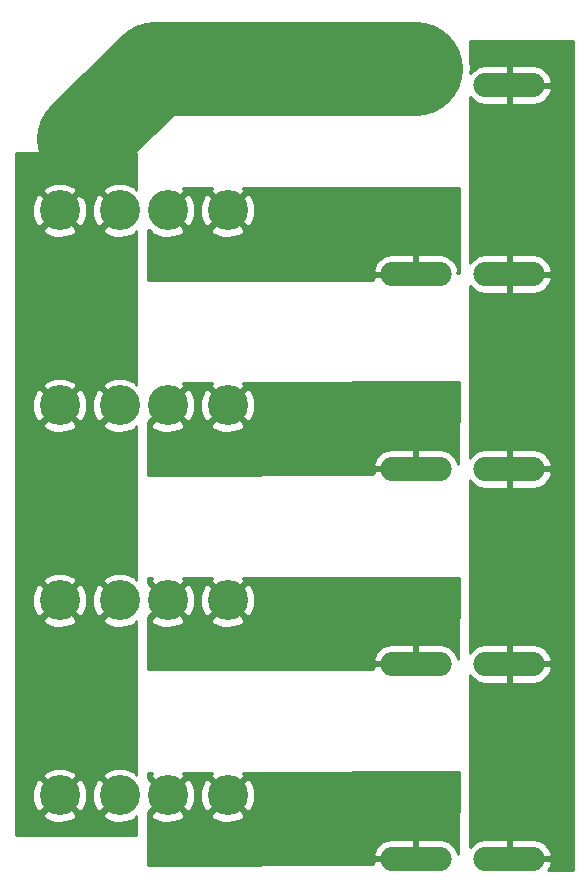
<source format=gbr>
G04 #@! TF.GenerationSoftware,KiCad,Pcbnew,5.1.5-52549c5~84~ubuntu18.04.1*
G04 #@! TF.CreationDate,2020-03-21T09:19:16-06:00*
G04 #@! TF.ProjectId,anderson_fuse_board,616e6465-7273-46f6-9e5f-667573655f62,rev?*
G04 #@! TF.SameCoordinates,Original*
G04 #@! TF.FileFunction,Copper,L1,Top*
G04 #@! TF.FilePolarity,Positive*
%FSLAX46Y46*%
G04 Gerber Fmt 4.6, Leading zero omitted, Abs format (unit mm)*
G04 Created by KiCad (PCBNEW 5.1.5-52549c5~84~ubuntu18.04.1) date 2020-03-21 09:19:16*
%MOMM*%
%LPD*%
G04 APERTURE LIST*
%ADD10O,6.030000X2.070000*%
%ADD11C,3.400000*%
%ADD12C,8.000000*%
%ADD13C,1.000000*%
%ADD14C,0.254000*%
G04 APERTURE END LIST*
D10*
X115950000Y-139900000D03*
X108050000Y-139900000D03*
X115950000Y-123400000D03*
X108050000Y-123400000D03*
X115950000Y-106900000D03*
X108050000Y-106900000D03*
X115950000Y-90400000D03*
X108050000Y-90400000D03*
X115950000Y-74400000D03*
X108050000Y-74400000D03*
D11*
X92110000Y-134530000D03*
X77890000Y-134530000D03*
X87030000Y-134530000D03*
X82970000Y-134530000D03*
X92110000Y-118020000D03*
X77890000Y-118020000D03*
X87030000Y-118020000D03*
X82970000Y-118020000D03*
X92110000Y-101510000D03*
X77890000Y-101510000D03*
X87030000Y-101510000D03*
X82970000Y-101510000D03*
X92110000Y-85000000D03*
X77890000Y-85000000D03*
X87030000Y-85000000D03*
X82970000Y-85000000D03*
D12*
X108050000Y-73000000D02*
X86000000Y-73000000D01*
X86000000Y-73000000D02*
X80000000Y-79000000D01*
D13*
X80000000Y-79000000D02*
X80000000Y-83500000D01*
D14*
G36*
X84373000Y-83270021D02*
G01*
X84244352Y-83029940D01*
X83835526Y-82819180D01*
X83393438Y-82692228D01*
X82935078Y-82653963D01*
X82478060Y-82705854D01*
X82039947Y-82845908D01*
X81695648Y-83029940D01*
X81515582Y-83365977D01*
X82970000Y-84820395D01*
X82984143Y-84806253D01*
X83163748Y-84985858D01*
X83149605Y-85000000D01*
X83163748Y-85014143D01*
X82984143Y-85193748D01*
X82970000Y-85179605D01*
X81515582Y-86634023D01*
X81695648Y-86970060D01*
X82104474Y-87180820D01*
X82546562Y-87307772D01*
X83004922Y-87346037D01*
X83461940Y-87294146D01*
X83900053Y-87154092D01*
X84244352Y-86970060D01*
X84373000Y-86729979D01*
X84373000Y-99780021D01*
X84244352Y-99539940D01*
X83835526Y-99329180D01*
X83393438Y-99202228D01*
X82935078Y-99163963D01*
X82478060Y-99215854D01*
X82039947Y-99355908D01*
X81695648Y-99539940D01*
X81515582Y-99875977D01*
X82970000Y-101330395D01*
X82984143Y-101316253D01*
X83163748Y-101495858D01*
X83149605Y-101510000D01*
X83163748Y-101524143D01*
X82984143Y-101703748D01*
X82970000Y-101689605D01*
X81515582Y-103144023D01*
X81695648Y-103480060D01*
X82104474Y-103690820D01*
X82546562Y-103817772D01*
X83004922Y-103856037D01*
X83461940Y-103804146D01*
X83900053Y-103664092D01*
X84244352Y-103480060D01*
X84373000Y-103239979D01*
X84373000Y-116290021D01*
X84244352Y-116049940D01*
X83835526Y-115839180D01*
X83393438Y-115712228D01*
X82935078Y-115673963D01*
X82478060Y-115725854D01*
X82039947Y-115865908D01*
X81695648Y-116049940D01*
X81515582Y-116385977D01*
X82970000Y-117840395D01*
X82984143Y-117826253D01*
X83163748Y-118005858D01*
X83149605Y-118020000D01*
X83163748Y-118034143D01*
X82984143Y-118213748D01*
X82970000Y-118199605D01*
X81515582Y-119654023D01*
X81695648Y-119990060D01*
X82104474Y-120200820D01*
X82546562Y-120327772D01*
X83004922Y-120366037D01*
X83461940Y-120314146D01*
X83900053Y-120174092D01*
X84244352Y-119990060D01*
X84373000Y-119749979D01*
X84373000Y-132800021D01*
X84244352Y-132559940D01*
X83835526Y-132349180D01*
X83393438Y-132222228D01*
X82935078Y-132183963D01*
X82478060Y-132235854D01*
X82039947Y-132375908D01*
X81695648Y-132559940D01*
X81515582Y-132895977D01*
X82970000Y-134350395D01*
X82984143Y-134336253D01*
X83163748Y-134515858D01*
X83149605Y-134530000D01*
X83163748Y-134544143D01*
X82984143Y-134723748D01*
X82970000Y-134709605D01*
X81515582Y-136164023D01*
X81695648Y-136500060D01*
X82104474Y-136710820D01*
X82546562Y-136837772D01*
X83004922Y-136876037D01*
X83461940Y-136824146D01*
X83900053Y-136684092D01*
X84244352Y-136500060D01*
X84373000Y-136259979D01*
X84373000Y-137873000D01*
X74160000Y-137873000D01*
X74160000Y-136164023D01*
X76435582Y-136164023D01*
X76615648Y-136500060D01*
X77024474Y-136710820D01*
X77466562Y-136837772D01*
X77924922Y-136876037D01*
X78381940Y-136824146D01*
X78820053Y-136684092D01*
X79164352Y-136500060D01*
X79344418Y-136164023D01*
X77890000Y-134709605D01*
X76435582Y-136164023D01*
X74160000Y-136164023D01*
X74160000Y-134564922D01*
X75543963Y-134564922D01*
X75595854Y-135021940D01*
X75735908Y-135460053D01*
X75919940Y-135804352D01*
X76255977Y-135984418D01*
X77710395Y-134530000D01*
X78069605Y-134530000D01*
X79524023Y-135984418D01*
X79860060Y-135804352D01*
X80070820Y-135395526D01*
X80197772Y-134953438D01*
X80230206Y-134564922D01*
X80623963Y-134564922D01*
X80675854Y-135021940D01*
X80815908Y-135460053D01*
X80999940Y-135804352D01*
X81335977Y-135984418D01*
X82790395Y-134530000D01*
X81335977Y-133075582D01*
X80999940Y-133255648D01*
X80789180Y-133664474D01*
X80662228Y-134106562D01*
X80623963Y-134564922D01*
X80230206Y-134564922D01*
X80236037Y-134495078D01*
X80184146Y-134038060D01*
X80044092Y-133599947D01*
X79860060Y-133255648D01*
X79524023Y-133075582D01*
X78069605Y-134530000D01*
X77710395Y-134530000D01*
X76255977Y-133075582D01*
X75919940Y-133255648D01*
X75709180Y-133664474D01*
X75582228Y-134106562D01*
X75543963Y-134564922D01*
X74160000Y-134564922D01*
X74160000Y-132895977D01*
X76435582Y-132895977D01*
X77890000Y-134350395D01*
X79344418Y-132895977D01*
X79164352Y-132559940D01*
X78755526Y-132349180D01*
X78313438Y-132222228D01*
X77855078Y-132183963D01*
X77398060Y-132235854D01*
X76959947Y-132375908D01*
X76615648Y-132559940D01*
X76435582Y-132895977D01*
X74160000Y-132895977D01*
X74160000Y-119654023D01*
X76435582Y-119654023D01*
X76615648Y-119990060D01*
X77024474Y-120200820D01*
X77466562Y-120327772D01*
X77924922Y-120366037D01*
X78381940Y-120314146D01*
X78820053Y-120174092D01*
X79164352Y-119990060D01*
X79344418Y-119654023D01*
X77890000Y-118199605D01*
X76435582Y-119654023D01*
X74160000Y-119654023D01*
X74160000Y-118054922D01*
X75543963Y-118054922D01*
X75595854Y-118511940D01*
X75735908Y-118950053D01*
X75919940Y-119294352D01*
X76255977Y-119474418D01*
X77710395Y-118020000D01*
X78069605Y-118020000D01*
X79524023Y-119474418D01*
X79860060Y-119294352D01*
X80070820Y-118885526D01*
X80197772Y-118443438D01*
X80230206Y-118054922D01*
X80623963Y-118054922D01*
X80675854Y-118511940D01*
X80815908Y-118950053D01*
X80999940Y-119294352D01*
X81335977Y-119474418D01*
X82790395Y-118020000D01*
X81335977Y-116565582D01*
X80999940Y-116745648D01*
X80789180Y-117154474D01*
X80662228Y-117596562D01*
X80623963Y-118054922D01*
X80230206Y-118054922D01*
X80236037Y-117985078D01*
X80184146Y-117528060D01*
X80044092Y-117089947D01*
X79860060Y-116745648D01*
X79524023Y-116565582D01*
X78069605Y-118020000D01*
X77710395Y-118020000D01*
X76255977Y-116565582D01*
X75919940Y-116745648D01*
X75709180Y-117154474D01*
X75582228Y-117596562D01*
X75543963Y-118054922D01*
X74160000Y-118054922D01*
X74160000Y-116385977D01*
X76435582Y-116385977D01*
X77890000Y-117840395D01*
X79344418Y-116385977D01*
X79164352Y-116049940D01*
X78755526Y-115839180D01*
X78313438Y-115712228D01*
X77855078Y-115673963D01*
X77398060Y-115725854D01*
X76959947Y-115865908D01*
X76615648Y-116049940D01*
X76435582Y-116385977D01*
X74160000Y-116385977D01*
X74160000Y-103144023D01*
X76435582Y-103144023D01*
X76615648Y-103480060D01*
X77024474Y-103690820D01*
X77466562Y-103817772D01*
X77924922Y-103856037D01*
X78381940Y-103804146D01*
X78820053Y-103664092D01*
X79164352Y-103480060D01*
X79344418Y-103144023D01*
X77890000Y-101689605D01*
X76435582Y-103144023D01*
X74160000Y-103144023D01*
X74160000Y-101544922D01*
X75543963Y-101544922D01*
X75595854Y-102001940D01*
X75735908Y-102440053D01*
X75919940Y-102784352D01*
X76255977Y-102964418D01*
X77710395Y-101510000D01*
X78069605Y-101510000D01*
X79524023Y-102964418D01*
X79860060Y-102784352D01*
X80070820Y-102375526D01*
X80197772Y-101933438D01*
X80230206Y-101544922D01*
X80623963Y-101544922D01*
X80675854Y-102001940D01*
X80815908Y-102440053D01*
X80999940Y-102784352D01*
X81335977Y-102964418D01*
X82790395Y-101510000D01*
X81335977Y-100055582D01*
X80999940Y-100235648D01*
X80789180Y-100644474D01*
X80662228Y-101086562D01*
X80623963Y-101544922D01*
X80230206Y-101544922D01*
X80236037Y-101475078D01*
X80184146Y-101018060D01*
X80044092Y-100579947D01*
X79860060Y-100235648D01*
X79524023Y-100055582D01*
X78069605Y-101510000D01*
X77710395Y-101510000D01*
X76255977Y-100055582D01*
X75919940Y-100235648D01*
X75709180Y-100644474D01*
X75582228Y-101086562D01*
X75543963Y-101544922D01*
X74160000Y-101544922D01*
X74160000Y-99875977D01*
X76435582Y-99875977D01*
X77890000Y-101330395D01*
X79344418Y-99875977D01*
X79164352Y-99539940D01*
X78755526Y-99329180D01*
X78313438Y-99202228D01*
X77855078Y-99163963D01*
X77398060Y-99215854D01*
X76959947Y-99355908D01*
X76615648Y-99539940D01*
X76435582Y-99875977D01*
X74160000Y-99875977D01*
X74160000Y-86634023D01*
X76435582Y-86634023D01*
X76615648Y-86970060D01*
X77024474Y-87180820D01*
X77466562Y-87307772D01*
X77924922Y-87346037D01*
X78381940Y-87294146D01*
X78820053Y-87154092D01*
X79164352Y-86970060D01*
X79344418Y-86634023D01*
X77890000Y-85179605D01*
X76435582Y-86634023D01*
X74160000Y-86634023D01*
X74160000Y-85034922D01*
X75543963Y-85034922D01*
X75595854Y-85491940D01*
X75735908Y-85930053D01*
X75919940Y-86274352D01*
X76255977Y-86454418D01*
X77710395Y-85000000D01*
X78069605Y-85000000D01*
X79524023Y-86454418D01*
X79860060Y-86274352D01*
X80070820Y-85865526D01*
X80197772Y-85423438D01*
X80230206Y-85034922D01*
X80623963Y-85034922D01*
X80675854Y-85491940D01*
X80815908Y-85930053D01*
X80999940Y-86274352D01*
X81335977Y-86454418D01*
X82790395Y-85000000D01*
X81335977Y-83545582D01*
X80999940Y-83725648D01*
X80789180Y-84134474D01*
X80662228Y-84576562D01*
X80623963Y-85034922D01*
X80230206Y-85034922D01*
X80236037Y-84965078D01*
X80184146Y-84508060D01*
X80044092Y-84069947D01*
X79860060Y-83725648D01*
X79524023Y-83545582D01*
X78069605Y-85000000D01*
X77710395Y-85000000D01*
X76255977Y-83545582D01*
X75919940Y-83725648D01*
X75709180Y-84134474D01*
X75582228Y-84576562D01*
X75543963Y-85034922D01*
X74160000Y-85034922D01*
X74160000Y-83365977D01*
X76435582Y-83365977D01*
X77890000Y-84820395D01*
X79344418Y-83365977D01*
X79164352Y-83029940D01*
X78755526Y-82819180D01*
X78313438Y-82692228D01*
X77855078Y-82653963D01*
X77398060Y-82705854D01*
X76959947Y-82845908D01*
X76615648Y-83029940D01*
X76435582Y-83365977D01*
X74160000Y-83365977D01*
X74160000Y-80127000D01*
X84373000Y-80127000D01*
X84373000Y-83270021D01*
G37*
X84373000Y-83270021D02*
X84244352Y-83029940D01*
X83835526Y-82819180D01*
X83393438Y-82692228D01*
X82935078Y-82653963D01*
X82478060Y-82705854D01*
X82039947Y-82845908D01*
X81695648Y-83029940D01*
X81515582Y-83365977D01*
X82970000Y-84820395D01*
X82984143Y-84806253D01*
X83163748Y-84985858D01*
X83149605Y-85000000D01*
X83163748Y-85014143D01*
X82984143Y-85193748D01*
X82970000Y-85179605D01*
X81515582Y-86634023D01*
X81695648Y-86970060D01*
X82104474Y-87180820D01*
X82546562Y-87307772D01*
X83004922Y-87346037D01*
X83461940Y-87294146D01*
X83900053Y-87154092D01*
X84244352Y-86970060D01*
X84373000Y-86729979D01*
X84373000Y-99780021D01*
X84244352Y-99539940D01*
X83835526Y-99329180D01*
X83393438Y-99202228D01*
X82935078Y-99163963D01*
X82478060Y-99215854D01*
X82039947Y-99355908D01*
X81695648Y-99539940D01*
X81515582Y-99875977D01*
X82970000Y-101330395D01*
X82984143Y-101316253D01*
X83163748Y-101495858D01*
X83149605Y-101510000D01*
X83163748Y-101524143D01*
X82984143Y-101703748D01*
X82970000Y-101689605D01*
X81515582Y-103144023D01*
X81695648Y-103480060D01*
X82104474Y-103690820D01*
X82546562Y-103817772D01*
X83004922Y-103856037D01*
X83461940Y-103804146D01*
X83900053Y-103664092D01*
X84244352Y-103480060D01*
X84373000Y-103239979D01*
X84373000Y-116290021D01*
X84244352Y-116049940D01*
X83835526Y-115839180D01*
X83393438Y-115712228D01*
X82935078Y-115673963D01*
X82478060Y-115725854D01*
X82039947Y-115865908D01*
X81695648Y-116049940D01*
X81515582Y-116385977D01*
X82970000Y-117840395D01*
X82984143Y-117826253D01*
X83163748Y-118005858D01*
X83149605Y-118020000D01*
X83163748Y-118034143D01*
X82984143Y-118213748D01*
X82970000Y-118199605D01*
X81515582Y-119654023D01*
X81695648Y-119990060D01*
X82104474Y-120200820D01*
X82546562Y-120327772D01*
X83004922Y-120366037D01*
X83461940Y-120314146D01*
X83900053Y-120174092D01*
X84244352Y-119990060D01*
X84373000Y-119749979D01*
X84373000Y-132800021D01*
X84244352Y-132559940D01*
X83835526Y-132349180D01*
X83393438Y-132222228D01*
X82935078Y-132183963D01*
X82478060Y-132235854D01*
X82039947Y-132375908D01*
X81695648Y-132559940D01*
X81515582Y-132895977D01*
X82970000Y-134350395D01*
X82984143Y-134336253D01*
X83163748Y-134515858D01*
X83149605Y-134530000D01*
X83163748Y-134544143D01*
X82984143Y-134723748D01*
X82970000Y-134709605D01*
X81515582Y-136164023D01*
X81695648Y-136500060D01*
X82104474Y-136710820D01*
X82546562Y-136837772D01*
X83004922Y-136876037D01*
X83461940Y-136824146D01*
X83900053Y-136684092D01*
X84244352Y-136500060D01*
X84373000Y-136259979D01*
X84373000Y-137873000D01*
X74160000Y-137873000D01*
X74160000Y-136164023D01*
X76435582Y-136164023D01*
X76615648Y-136500060D01*
X77024474Y-136710820D01*
X77466562Y-136837772D01*
X77924922Y-136876037D01*
X78381940Y-136824146D01*
X78820053Y-136684092D01*
X79164352Y-136500060D01*
X79344418Y-136164023D01*
X77890000Y-134709605D01*
X76435582Y-136164023D01*
X74160000Y-136164023D01*
X74160000Y-134564922D01*
X75543963Y-134564922D01*
X75595854Y-135021940D01*
X75735908Y-135460053D01*
X75919940Y-135804352D01*
X76255977Y-135984418D01*
X77710395Y-134530000D01*
X78069605Y-134530000D01*
X79524023Y-135984418D01*
X79860060Y-135804352D01*
X80070820Y-135395526D01*
X80197772Y-134953438D01*
X80230206Y-134564922D01*
X80623963Y-134564922D01*
X80675854Y-135021940D01*
X80815908Y-135460053D01*
X80999940Y-135804352D01*
X81335977Y-135984418D01*
X82790395Y-134530000D01*
X81335977Y-133075582D01*
X80999940Y-133255648D01*
X80789180Y-133664474D01*
X80662228Y-134106562D01*
X80623963Y-134564922D01*
X80230206Y-134564922D01*
X80236037Y-134495078D01*
X80184146Y-134038060D01*
X80044092Y-133599947D01*
X79860060Y-133255648D01*
X79524023Y-133075582D01*
X78069605Y-134530000D01*
X77710395Y-134530000D01*
X76255977Y-133075582D01*
X75919940Y-133255648D01*
X75709180Y-133664474D01*
X75582228Y-134106562D01*
X75543963Y-134564922D01*
X74160000Y-134564922D01*
X74160000Y-132895977D01*
X76435582Y-132895977D01*
X77890000Y-134350395D01*
X79344418Y-132895977D01*
X79164352Y-132559940D01*
X78755526Y-132349180D01*
X78313438Y-132222228D01*
X77855078Y-132183963D01*
X77398060Y-132235854D01*
X76959947Y-132375908D01*
X76615648Y-132559940D01*
X76435582Y-132895977D01*
X74160000Y-132895977D01*
X74160000Y-119654023D01*
X76435582Y-119654023D01*
X76615648Y-119990060D01*
X77024474Y-120200820D01*
X77466562Y-120327772D01*
X77924922Y-120366037D01*
X78381940Y-120314146D01*
X78820053Y-120174092D01*
X79164352Y-119990060D01*
X79344418Y-119654023D01*
X77890000Y-118199605D01*
X76435582Y-119654023D01*
X74160000Y-119654023D01*
X74160000Y-118054922D01*
X75543963Y-118054922D01*
X75595854Y-118511940D01*
X75735908Y-118950053D01*
X75919940Y-119294352D01*
X76255977Y-119474418D01*
X77710395Y-118020000D01*
X78069605Y-118020000D01*
X79524023Y-119474418D01*
X79860060Y-119294352D01*
X80070820Y-118885526D01*
X80197772Y-118443438D01*
X80230206Y-118054922D01*
X80623963Y-118054922D01*
X80675854Y-118511940D01*
X80815908Y-118950053D01*
X80999940Y-119294352D01*
X81335977Y-119474418D01*
X82790395Y-118020000D01*
X81335977Y-116565582D01*
X80999940Y-116745648D01*
X80789180Y-117154474D01*
X80662228Y-117596562D01*
X80623963Y-118054922D01*
X80230206Y-118054922D01*
X80236037Y-117985078D01*
X80184146Y-117528060D01*
X80044092Y-117089947D01*
X79860060Y-116745648D01*
X79524023Y-116565582D01*
X78069605Y-118020000D01*
X77710395Y-118020000D01*
X76255977Y-116565582D01*
X75919940Y-116745648D01*
X75709180Y-117154474D01*
X75582228Y-117596562D01*
X75543963Y-118054922D01*
X74160000Y-118054922D01*
X74160000Y-116385977D01*
X76435582Y-116385977D01*
X77890000Y-117840395D01*
X79344418Y-116385977D01*
X79164352Y-116049940D01*
X78755526Y-115839180D01*
X78313438Y-115712228D01*
X77855078Y-115673963D01*
X77398060Y-115725854D01*
X76959947Y-115865908D01*
X76615648Y-116049940D01*
X76435582Y-116385977D01*
X74160000Y-116385977D01*
X74160000Y-103144023D01*
X76435582Y-103144023D01*
X76615648Y-103480060D01*
X77024474Y-103690820D01*
X77466562Y-103817772D01*
X77924922Y-103856037D01*
X78381940Y-103804146D01*
X78820053Y-103664092D01*
X79164352Y-103480060D01*
X79344418Y-103144023D01*
X77890000Y-101689605D01*
X76435582Y-103144023D01*
X74160000Y-103144023D01*
X74160000Y-101544922D01*
X75543963Y-101544922D01*
X75595854Y-102001940D01*
X75735908Y-102440053D01*
X75919940Y-102784352D01*
X76255977Y-102964418D01*
X77710395Y-101510000D01*
X78069605Y-101510000D01*
X79524023Y-102964418D01*
X79860060Y-102784352D01*
X80070820Y-102375526D01*
X80197772Y-101933438D01*
X80230206Y-101544922D01*
X80623963Y-101544922D01*
X80675854Y-102001940D01*
X80815908Y-102440053D01*
X80999940Y-102784352D01*
X81335977Y-102964418D01*
X82790395Y-101510000D01*
X81335977Y-100055582D01*
X80999940Y-100235648D01*
X80789180Y-100644474D01*
X80662228Y-101086562D01*
X80623963Y-101544922D01*
X80230206Y-101544922D01*
X80236037Y-101475078D01*
X80184146Y-101018060D01*
X80044092Y-100579947D01*
X79860060Y-100235648D01*
X79524023Y-100055582D01*
X78069605Y-101510000D01*
X77710395Y-101510000D01*
X76255977Y-100055582D01*
X75919940Y-100235648D01*
X75709180Y-100644474D01*
X75582228Y-101086562D01*
X75543963Y-101544922D01*
X74160000Y-101544922D01*
X74160000Y-99875977D01*
X76435582Y-99875977D01*
X77890000Y-101330395D01*
X79344418Y-99875977D01*
X79164352Y-99539940D01*
X78755526Y-99329180D01*
X78313438Y-99202228D01*
X77855078Y-99163963D01*
X77398060Y-99215854D01*
X76959947Y-99355908D01*
X76615648Y-99539940D01*
X76435582Y-99875977D01*
X74160000Y-99875977D01*
X74160000Y-86634023D01*
X76435582Y-86634023D01*
X76615648Y-86970060D01*
X77024474Y-87180820D01*
X77466562Y-87307772D01*
X77924922Y-87346037D01*
X78381940Y-87294146D01*
X78820053Y-87154092D01*
X79164352Y-86970060D01*
X79344418Y-86634023D01*
X77890000Y-85179605D01*
X76435582Y-86634023D01*
X74160000Y-86634023D01*
X74160000Y-85034922D01*
X75543963Y-85034922D01*
X75595854Y-85491940D01*
X75735908Y-85930053D01*
X75919940Y-86274352D01*
X76255977Y-86454418D01*
X77710395Y-85000000D01*
X78069605Y-85000000D01*
X79524023Y-86454418D01*
X79860060Y-86274352D01*
X80070820Y-85865526D01*
X80197772Y-85423438D01*
X80230206Y-85034922D01*
X80623963Y-85034922D01*
X80675854Y-85491940D01*
X80815908Y-85930053D01*
X80999940Y-86274352D01*
X81335977Y-86454418D01*
X82790395Y-85000000D01*
X81335977Y-83545582D01*
X80999940Y-83725648D01*
X80789180Y-84134474D01*
X80662228Y-84576562D01*
X80623963Y-85034922D01*
X80230206Y-85034922D01*
X80236037Y-84965078D01*
X80184146Y-84508060D01*
X80044092Y-84069947D01*
X79860060Y-83725648D01*
X79524023Y-83545582D01*
X78069605Y-85000000D01*
X77710395Y-85000000D01*
X76255977Y-83545582D01*
X75919940Y-83725648D01*
X75709180Y-84134474D01*
X75582228Y-84576562D01*
X75543963Y-85034922D01*
X74160000Y-85034922D01*
X74160000Y-83365977D01*
X76435582Y-83365977D01*
X77890000Y-84820395D01*
X79344418Y-83365977D01*
X79164352Y-83029940D01*
X78755526Y-82819180D01*
X78313438Y-82692228D01*
X77855078Y-82653963D01*
X77398060Y-82705854D01*
X76959947Y-82845908D01*
X76615648Y-83029940D01*
X76435582Y-83365977D01*
X74160000Y-83365977D01*
X74160000Y-80127000D01*
X84373000Y-80127000D01*
X84373000Y-83270021D01*
G36*
X90655582Y-83365977D02*
G01*
X92110000Y-84820395D01*
X93564418Y-83365977D01*
X93436362Y-83127000D01*
X111673000Y-83127000D01*
X111673000Y-90272998D01*
X111535905Y-90272998D01*
X111654796Y-90014075D01*
X111621480Y-89878251D01*
X111489112Y-89577794D01*
X111300671Y-89308934D01*
X111063399Y-89082003D01*
X110786414Y-88905722D01*
X110480361Y-88786865D01*
X110157000Y-88730000D01*
X108177000Y-88730000D01*
X108177000Y-90273000D01*
X108197000Y-90273000D01*
X108197000Y-90527000D01*
X108177000Y-90527000D01*
X108177000Y-90547000D01*
X107923000Y-90547000D01*
X107923000Y-90527000D01*
X104564096Y-90527000D01*
X104445204Y-90785925D01*
X104466562Y-90873000D01*
X85377000Y-90873000D01*
X85377000Y-90014075D01*
X104445204Y-90014075D01*
X104564096Y-90273000D01*
X107923000Y-90273000D01*
X107923000Y-88730000D01*
X105943000Y-88730000D01*
X105619639Y-88786865D01*
X105313586Y-88905722D01*
X105036601Y-89082003D01*
X104799329Y-89308934D01*
X104610888Y-89577794D01*
X104478520Y-89878251D01*
X104445204Y-90014075D01*
X85377000Y-90014075D01*
X85377000Y-86664298D01*
X85461155Y-86748453D01*
X85575583Y-86634025D01*
X85755648Y-86970060D01*
X86164474Y-87180820D01*
X86606562Y-87307772D01*
X87064922Y-87346037D01*
X87521940Y-87294146D01*
X87960053Y-87154092D01*
X88304352Y-86970060D01*
X88484418Y-86634023D01*
X90655582Y-86634023D01*
X90835648Y-86970060D01*
X91244474Y-87180820D01*
X91686562Y-87307772D01*
X92144922Y-87346037D01*
X92601940Y-87294146D01*
X93040053Y-87154092D01*
X93384352Y-86970060D01*
X93564418Y-86634023D01*
X92110000Y-85179605D01*
X90655582Y-86634023D01*
X88484418Y-86634023D01*
X87030000Y-85179605D01*
X87015858Y-85193748D01*
X86836253Y-85014143D01*
X86850395Y-85000000D01*
X87209605Y-85000000D01*
X88664023Y-86454418D01*
X89000060Y-86274352D01*
X89210820Y-85865526D01*
X89337772Y-85423438D01*
X89370206Y-85034922D01*
X89763963Y-85034922D01*
X89815854Y-85491940D01*
X89955908Y-85930053D01*
X90139940Y-86274352D01*
X90475977Y-86454418D01*
X91930395Y-85000000D01*
X92289605Y-85000000D01*
X93744023Y-86454418D01*
X94080060Y-86274352D01*
X94290820Y-85865526D01*
X94417772Y-85423438D01*
X94456037Y-84965078D01*
X94404146Y-84508060D01*
X94264092Y-84069947D01*
X94080060Y-83725648D01*
X93744023Y-83545582D01*
X92289605Y-85000000D01*
X91930395Y-85000000D01*
X90475977Y-83545582D01*
X90139940Y-83725648D01*
X89929180Y-84134474D01*
X89802228Y-84576562D01*
X89763963Y-85034922D01*
X89370206Y-85034922D01*
X89376037Y-84965078D01*
X89324146Y-84508060D01*
X89184092Y-84069947D01*
X89000060Y-83725648D01*
X88664023Y-83545582D01*
X87209605Y-85000000D01*
X86850395Y-85000000D01*
X86836253Y-84985858D01*
X87015858Y-84806253D01*
X87030000Y-84820395D01*
X88484418Y-83365977D01*
X88356362Y-83127000D01*
X90783638Y-83127000D01*
X90655582Y-83365977D01*
G37*
X90655582Y-83365977D02*
X92110000Y-84820395D01*
X93564418Y-83365977D01*
X93436362Y-83127000D01*
X111673000Y-83127000D01*
X111673000Y-90272998D01*
X111535905Y-90272998D01*
X111654796Y-90014075D01*
X111621480Y-89878251D01*
X111489112Y-89577794D01*
X111300671Y-89308934D01*
X111063399Y-89082003D01*
X110786414Y-88905722D01*
X110480361Y-88786865D01*
X110157000Y-88730000D01*
X108177000Y-88730000D01*
X108177000Y-90273000D01*
X108197000Y-90273000D01*
X108197000Y-90527000D01*
X108177000Y-90527000D01*
X108177000Y-90547000D01*
X107923000Y-90547000D01*
X107923000Y-90527000D01*
X104564096Y-90527000D01*
X104445204Y-90785925D01*
X104466562Y-90873000D01*
X85377000Y-90873000D01*
X85377000Y-90014075D01*
X104445204Y-90014075D01*
X104564096Y-90273000D01*
X107923000Y-90273000D01*
X107923000Y-88730000D01*
X105943000Y-88730000D01*
X105619639Y-88786865D01*
X105313586Y-88905722D01*
X105036601Y-89082003D01*
X104799329Y-89308934D01*
X104610888Y-89577794D01*
X104478520Y-89878251D01*
X104445204Y-90014075D01*
X85377000Y-90014075D01*
X85377000Y-86664298D01*
X85461155Y-86748453D01*
X85575583Y-86634025D01*
X85755648Y-86970060D01*
X86164474Y-87180820D01*
X86606562Y-87307772D01*
X87064922Y-87346037D01*
X87521940Y-87294146D01*
X87960053Y-87154092D01*
X88304352Y-86970060D01*
X88484418Y-86634023D01*
X90655582Y-86634023D01*
X90835648Y-86970060D01*
X91244474Y-87180820D01*
X91686562Y-87307772D01*
X92144922Y-87346037D01*
X92601940Y-87294146D01*
X93040053Y-87154092D01*
X93384352Y-86970060D01*
X93564418Y-86634023D01*
X92110000Y-85179605D01*
X90655582Y-86634023D01*
X88484418Y-86634023D01*
X87030000Y-85179605D01*
X87015858Y-85193748D01*
X86836253Y-85014143D01*
X86850395Y-85000000D01*
X87209605Y-85000000D01*
X88664023Y-86454418D01*
X89000060Y-86274352D01*
X89210820Y-85865526D01*
X89337772Y-85423438D01*
X89370206Y-85034922D01*
X89763963Y-85034922D01*
X89815854Y-85491940D01*
X89955908Y-85930053D01*
X90139940Y-86274352D01*
X90475977Y-86454418D01*
X91930395Y-85000000D01*
X92289605Y-85000000D01*
X93744023Y-86454418D01*
X94080060Y-86274352D01*
X94290820Y-85865526D01*
X94417772Y-85423438D01*
X94456037Y-84965078D01*
X94404146Y-84508060D01*
X94264092Y-84069947D01*
X94080060Y-83725648D01*
X93744023Y-83545582D01*
X92289605Y-85000000D01*
X91930395Y-85000000D01*
X90475977Y-83545582D01*
X90139940Y-83725648D01*
X89929180Y-84134474D01*
X89802228Y-84576562D01*
X89763963Y-85034922D01*
X89370206Y-85034922D01*
X89376037Y-84965078D01*
X89324146Y-84508060D01*
X89184092Y-84069947D01*
X89000060Y-83725648D01*
X88664023Y-83545582D01*
X87209605Y-85000000D01*
X86850395Y-85000000D01*
X86836253Y-84985858D01*
X87015858Y-84806253D01*
X87030000Y-84820395D01*
X88484418Y-83365977D01*
X88356362Y-83127000D01*
X90783638Y-83127000D01*
X90655582Y-83365977D01*
G36*
X121340000Y-140873000D02*
G01*
X119283422Y-140873000D01*
X119389112Y-140722206D01*
X119521480Y-140421749D01*
X119554796Y-140285925D01*
X119435904Y-140027000D01*
X116077000Y-140027000D01*
X116077000Y-140047000D01*
X115823000Y-140047000D01*
X115823000Y-140027000D01*
X115803000Y-140027000D01*
X115803000Y-139773000D01*
X115823000Y-139773000D01*
X115823000Y-138230000D01*
X116077000Y-138230000D01*
X116077000Y-139773000D01*
X119435904Y-139773000D01*
X119554796Y-139514075D01*
X119521480Y-139378251D01*
X119389112Y-139077794D01*
X119200671Y-138808934D01*
X118963399Y-138582003D01*
X118686414Y-138405722D01*
X118380361Y-138286865D01*
X118057000Y-138230000D01*
X116077000Y-138230000D01*
X115823000Y-138230000D01*
X113843000Y-138230000D01*
X113519639Y-138286865D01*
X113213586Y-138405722D01*
X112936601Y-138582003D01*
X112699329Y-138808934D01*
X112602728Y-138946760D01*
X112607900Y-124360619D01*
X112699329Y-124491066D01*
X112936601Y-124717997D01*
X113213586Y-124894278D01*
X113519639Y-125013135D01*
X113843000Y-125070000D01*
X115823000Y-125070000D01*
X115823000Y-123527000D01*
X116077000Y-123527000D01*
X116077000Y-125070000D01*
X118057000Y-125070000D01*
X118380361Y-125013135D01*
X118686414Y-124894278D01*
X118963399Y-124717997D01*
X119200671Y-124491066D01*
X119389112Y-124222206D01*
X119521480Y-123921749D01*
X119554796Y-123785925D01*
X119435904Y-123527000D01*
X116077000Y-123527000D01*
X115823000Y-123527000D01*
X115803000Y-123527000D01*
X115803000Y-123273000D01*
X115823000Y-123273000D01*
X115823000Y-121730000D01*
X116077000Y-121730000D01*
X116077000Y-123273000D01*
X119435904Y-123273000D01*
X119554796Y-123014075D01*
X119521480Y-122878251D01*
X119389112Y-122577794D01*
X119200671Y-122308934D01*
X118963399Y-122082003D01*
X118686414Y-121905722D01*
X118380361Y-121786865D01*
X118057000Y-121730000D01*
X116077000Y-121730000D01*
X115823000Y-121730000D01*
X113843000Y-121730000D01*
X113519639Y-121786865D01*
X113213586Y-121905722D01*
X112936601Y-122082003D01*
X112699329Y-122308934D01*
X112608582Y-122438408D01*
X112613749Y-107868963D01*
X112699329Y-107991066D01*
X112936601Y-108217997D01*
X113213586Y-108394278D01*
X113519639Y-108513135D01*
X113843000Y-108570000D01*
X115823000Y-108570000D01*
X115823000Y-107027000D01*
X116077000Y-107027000D01*
X116077000Y-108570000D01*
X118057000Y-108570000D01*
X118380361Y-108513135D01*
X118686414Y-108394278D01*
X118963399Y-108217997D01*
X119200671Y-107991066D01*
X119389112Y-107722206D01*
X119521480Y-107421749D01*
X119554796Y-107285925D01*
X119435904Y-107027000D01*
X116077000Y-107027000D01*
X115823000Y-107027000D01*
X115803000Y-107027000D01*
X115803000Y-106773000D01*
X115823000Y-106773000D01*
X115823000Y-105230000D01*
X116077000Y-105230000D01*
X116077000Y-106773000D01*
X119435904Y-106773000D01*
X119554796Y-106514075D01*
X119521480Y-106378251D01*
X119389112Y-106077794D01*
X119200671Y-105808934D01*
X118963399Y-105582003D01*
X118686414Y-105405722D01*
X118380361Y-105286865D01*
X118057000Y-105230000D01*
X116077000Y-105230000D01*
X115823000Y-105230000D01*
X113843000Y-105230000D01*
X113519639Y-105286865D01*
X113213586Y-105405722D01*
X112936601Y-105582003D01*
X112699329Y-105808934D01*
X112614436Y-105930056D01*
X112619597Y-91377307D01*
X112699329Y-91491066D01*
X112936601Y-91717997D01*
X113213586Y-91894278D01*
X113519639Y-92013135D01*
X113843000Y-92070000D01*
X115823000Y-92070000D01*
X115823000Y-90527000D01*
X116077000Y-90527000D01*
X116077000Y-92070000D01*
X118057000Y-92070000D01*
X118380361Y-92013135D01*
X118686414Y-91894278D01*
X118963399Y-91717997D01*
X119200671Y-91491066D01*
X119389112Y-91222206D01*
X119521480Y-90921749D01*
X119554796Y-90785925D01*
X119435904Y-90527000D01*
X116077000Y-90527000D01*
X115823000Y-90527000D01*
X115803000Y-90527000D01*
X115803000Y-90273000D01*
X115823000Y-90273000D01*
X115823000Y-88730000D01*
X116077000Y-88730000D01*
X116077000Y-90273000D01*
X119435904Y-90273000D01*
X119554796Y-90014075D01*
X119521480Y-89878251D01*
X119389112Y-89577794D01*
X119200671Y-89308934D01*
X118963399Y-89082003D01*
X118686414Y-88905722D01*
X118380361Y-88786865D01*
X118057000Y-88730000D01*
X116077000Y-88730000D01*
X115823000Y-88730000D01*
X113843000Y-88730000D01*
X113519639Y-88786865D01*
X113213586Y-88905722D01*
X112936601Y-89082003D01*
X112699329Y-89308934D01*
X112620290Y-89421703D01*
X112625268Y-75385398D01*
X112699329Y-75491066D01*
X112936601Y-75717997D01*
X113213586Y-75894278D01*
X113519639Y-76013135D01*
X113843000Y-76070000D01*
X115823000Y-76070000D01*
X115823000Y-74527000D01*
X116077000Y-74527000D01*
X116077000Y-76070000D01*
X118057000Y-76070000D01*
X118380361Y-76013135D01*
X118686414Y-75894278D01*
X118963399Y-75717997D01*
X119200671Y-75491066D01*
X119389112Y-75222206D01*
X119521480Y-74921749D01*
X119554796Y-74785925D01*
X119435904Y-74527000D01*
X116077000Y-74527000D01*
X115823000Y-74527000D01*
X115803000Y-74527000D01*
X115803000Y-74273000D01*
X115823000Y-74273000D01*
X115823000Y-72730000D01*
X116077000Y-72730000D01*
X116077000Y-74273000D01*
X119435904Y-74273000D01*
X119554796Y-74014075D01*
X119521480Y-73878251D01*
X119389112Y-73577794D01*
X119200671Y-73308934D01*
X118963399Y-73082003D01*
X118686414Y-72905722D01*
X118380361Y-72786865D01*
X118057000Y-72730000D01*
X116077000Y-72730000D01*
X115823000Y-72730000D01*
X113843000Y-72730000D01*
X113519639Y-72786865D01*
X113213586Y-72905722D01*
X112936601Y-73082003D01*
X112699329Y-73308934D01*
X112673348Y-73346003D01*
X112707426Y-73000000D01*
X112626405Y-72177381D01*
X112626955Y-70627000D01*
X121340001Y-70627000D01*
X121340000Y-140873000D01*
G37*
X121340000Y-140873000D02*
X119283422Y-140873000D01*
X119389112Y-140722206D01*
X119521480Y-140421749D01*
X119554796Y-140285925D01*
X119435904Y-140027000D01*
X116077000Y-140027000D01*
X116077000Y-140047000D01*
X115823000Y-140047000D01*
X115823000Y-140027000D01*
X115803000Y-140027000D01*
X115803000Y-139773000D01*
X115823000Y-139773000D01*
X115823000Y-138230000D01*
X116077000Y-138230000D01*
X116077000Y-139773000D01*
X119435904Y-139773000D01*
X119554796Y-139514075D01*
X119521480Y-139378251D01*
X119389112Y-139077794D01*
X119200671Y-138808934D01*
X118963399Y-138582003D01*
X118686414Y-138405722D01*
X118380361Y-138286865D01*
X118057000Y-138230000D01*
X116077000Y-138230000D01*
X115823000Y-138230000D01*
X113843000Y-138230000D01*
X113519639Y-138286865D01*
X113213586Y-138405722D01*
X112936601Y-138582003D01*
X112699329Y-138808934D01*
X112602728Y-138946760D01*
X112607900Y-124360619D01*
X112699329Y-124491066D01*
X112936601Y-124717997D01*
X113213586Y-124894278D01*
X113519639Y-125013135D01*
X113843000Y-125070000D01*
X115823000Y-125070000D01*
X115823000Y-123527000D01*
X116077000Y-123527000D01*
X116077000Y-125070000D01*
X118057000Y-125070000D01*
X118380361Y-125013135D01*
X118686414Y-124894278D01*
X118963399Y-124717997D01*
X119200671Y-124491066D01*
X119389112Y-124222206D01*
X119521480Y-123921749D01*
X119554796Y-123785925D01*
X119435904Y-123527000D01*
X116077000Y-123527000D01*
X115823000Y-123527000D01*
X115803000Y-123527000D01*
X115803000Y-123273000D01*
X115823000Y-123273000D01*
X115823000Y-121730000D01*
X116077000Y-121730000D01*
X116077000Y-123273000D01*
X119435904Y-123273000D01*
X119554796Y-123014075D01*
X119521480Y-122878251D01*
X119389112Y-122577794D01*
X119200671Y-122308934D01*
X118963399Y-122082003D01*
X118686414Y-121905722D01*
X118380361Y-121786865D01*
X118057000Y-121730000D01*
X116077000Y-121730000D01*
X115823000Y-121730000D01*
X113843000Y-121730000D01*
X113519639Y-121786865D01*
X113213586Y-121905722D01*
X112936601Y-122082003D01*
X112699329Y-122308934D01*
X112608582Y-122438408D01*
X112613749Y-107868963D01*
X112699329Y-107991066D01*
X112936601Y-108217997D01*
X113213586Y-108394278D01*
X113519639Y-108513135D01*
X113843000Y-108570000D01*
X115823000Y-108570000D01*
X115823000Y-107027000D01*
X116077000Y-107027000D01*
X116077000Y-108570000D01*
X118057000Y-108570000D01*
X118380361Y-108513135D01*
X118686414Y-108394278D01*
X118963399Y-108217997D01*
X119200671Y-107991066D01*
X119389112Y-107722206D01*
X119521480Y-107421749D01*
X119554796Y-107285925D01*
X119435904Y-107027000D01*
X116077000Y-107027000D01*
X115823000Y-107027000D01*
X115803000Y-107027000D01*
X115803000Y-106773000D01*
X115823000Y-106773000D01*
X115823000Y-105230000D01*
X116077000Y-105230000D01*
X116077000Y-106773000D01*
X119435904Y-106773000D01*
X119554796Y-106514075D01*
X119521480Y-106378251D01*
X119389112Y-106077794D01*
X119200671Y-105808934D01*
X118963399Y-105582003D01*
X118686414Y-105405722D01*
X118380361Y-105286865D01*
X118057000Y-105230000D01*
X116077000Y-105230000D01*
X115823000Y-105230000D01*
X113843000Y-105230000D01*
X113519639Y-105286865D01*
X113213586Y-105405722D01*
X112936601Y-105582003D01*
X112699329Y-105808934D01*
X112614436Y-105930056D01*
X112619597Y-91377307D01*
X112699329Y-91491066D01*
X112936601Y-91717997D01*
X113213586Y-91894278D01*
X113519639Y-92013135D01*
X113843000Y-92070000D01*
X115823000Y-92070000D01*
X115823000Y-90527000D01*
X116077000Y-90527000D01*
X116077000Y-92070000D01*
X118057000Y-92070000D01*
X118380361Y-92013135D01*
X118686414Y-91894278D01*
X118963399Y-91717997D01*
X119200671Y-91491066D01*
X119389112Y-91222206D01*
X119521480Y-90921749D01*
X119554796Y-90785925D01*
X119435904Y-90527000D01*
X116077000Y-90527000D01*
X115823000Y-90527000D01*
X115803000Y-90527000D01*
X115803000Y-90273000D01*
X115823000Y-90273000D01*
X115823000Y-88730000D01*
X116077000Y-88730000D01*
X116077000Y-90273000D01*
X119435904Y-90273000D01*
X119554796Y-90014075D01*
X119521480Y-89878251D01*
X119389112Y-89577794D01*
X119200671Y-89308934D01*
X118963399Y-89082003D01*
X118686414Y-88905722D01*
X118380361Y-88786865D01*
X118057000Y-88730000D01*
X116077000Y-88730000D01*
X115823000Y-88730000D01*
X113843000Y-88730000D01*
X113519639Y-88786865D01*
X113213586Y-88905722D01*
X112936601Y-89082003D01*
X112699329Y-89308934D01*
X112620290Y-89421703D01*
X112625268Y-75385398D01*
X112699329Y-75491066D01*
X112936601Y-75717997D01*
X113213586Y-75894278D01*
X113519639Y-76013135D01*
X113843000Y-76070000D01*
X115823000Y-76070000D01*
X115823000Y-74527000D01*
X116077000Y-74527000D01*
X116077000Y-76070000D01*
X118057000Y-76070000D01*
X118380361Y-76013135D01*
X118686414Y-75894278D01*
X118963399Y-75717997D01*
X119200671Y-75491066D01*
X119389112Y-75222206D01*
X119521480Y-74921749D01*
X119554796Y-74785925D01*
X119435904Y-74527000D01*
X116077000Y-74527000D01*
X115823000Y-74527000D01*
X115803000Y-74527000D01*
X115803000Y-74273000D01*
X115823000Y-74273000D01*
X115823000Y-72730000D01*
X116077000Y-72730000D01*
X116077000Y-74273000D01*
X119435904Y-74273000D01*
X119554796Y-74014075D01*
X119521480Y-73878251D01*
X119389112Y-73577794D01*
X119200671Y-73308934D01*
X118963399Y-73082003D01*
X118686414Y-72905722D01*
X118380361Y-72786865D01*
X118057000Y-72730000D01*
X116077000Y-72730000D01*
X115823000Y-72730000D01*
X113843000Y-72730000D01*
X113519639Y-72786865D01*
X113213586Y-72905722D01*
X112936601Y-73082003D01*
X112699329Y-73308934D01*
X112673348Y-73346003D01*
X112707426Y-73000000D01*
X112626405Y-72177381D01*
X112626955Y-70627000D01*
X121340001Y-70627000D01*
X121340000Y-140873000D01*
G36*
X111651041Y-106498767D02*
G01*
X111621480Y-106378251D01*
X111489112Y-106077794D01*
X111300671Y-105808934D01*
X111063399Y-105582003D01*
X110786414Y-105405722D01*
X110480361Y-105286865D01*
X110157000Y-105230000D01*
X108177000Y-105230000D01*
X108177000Y-106773000D01*
X108197000Y-106773000D01*
X108197000Y-107027000D01*
X108177000Y-107027000D01*
X108177000Y-107047000D01*
X107923000Y-107047000D01*
X107923000Y-107027000D01*
X104564096Y-107027000D01*
X104445204Y-107285925D01*
X104463807Y-107361768D01*
X85352397Y-107397760D01*
X85355149Y-106514075D01*
X104445204Y-106514075D01*
X104564096Y-106773000D01*
X107923000Y-106773000D01*
X107923000Y-105230000D01*
X105943000Y-105230000D01*
X105619639Y-105286865D01*
X105313586Y-105405722D01*
X105036601Y-105582003D01*
X104799329Y-105808934D01*
X104610888Y-106077794D01*
X104478520Y-106378251D01*
X104445204Y-106514075D01*
X85355149Y-106514075D01*
X85365647Y-103144023D01*
X85575582Y-103144023D01*
X85755648Y-103480060D01*
X86164474Y-103690820D01*
X86606562Y-103817772D01*
X87064922Y-103856037D01*
X87521940Y-103804146D01*
X87960053Y-103664092D01*
X88304352Y-103480060D01*
X88484418Y-103144023D01*
X90655582Y-103144023D01*
X90835648Y-103480060D01*
X91244474Y-103690820D01*
X91686562Y-103817772D01*
X92144922Y-103856037D01*
X92601940Y-103804146D01*
X93040053Y-103664092D01*
X93384352Y-103480060D01*
X93564418Y-103144023D01*
X92110000Y-101689605D01*
X90655582Y-103144023D01*
X88484418Y-103144023D01*
X87030000Y-101689605D01*
X85575582Y-103144023D01*
X85365647Y-103144023D01*
X85366257Y-102948493D01*
X85395977Y-102964418D01*
X86850395Y-101510000D01*
X87209605Y-101510000D01*
X88664023Y-102964418D01*
X89000060Y-102784352D01*
X89210820Y-102375526D01*
X89337772Y-101933438D01*
X89370206Y-101544922D01*
X89763963Y-101544922D01*
X89815854Y-102001940D01*
X89955908Y-102440053D01*
X90139940Y-102784352D01*
X90475977Y-102964418D01*
X91930395Y-101510000D01*
X92289605Y-101510000D01*
X93744023Y-102964418D01*
X94080060Y-102784352D01*
X94290820Y-102375526D01*
X94417772Y-101933438D01*
X94456037Y-101475078D01*
X94404146Y-101018060D01*
X94264092Y-100579947D01*
X94080060Y-100235648D01*
X93744023Y-100055582D01*
X92289605Y-101510000D01*
X91930395Y-101510000D01*
X90475977Y-100055582D01*
X90139940Y-100235648D01*
X89929180Y-100644474D01*
X89802228Y-101086562D01*
X89763963Y-101544922D01*
X89370206Y-101544922D01*
X89376037Y-101475078D01*
X89324146Y-101018060D01*
X89184092Y-100579947D01*
X89000060Y-100235648D01*
X88664023Y-100055582D01*
X87209605Y-101510000D01*
X86850395Y-101510000D01*
X86836253Y-101495858D01*
X87015858Y-101316253D01*
X87030000Y-101330395D01*
X88484418Y-99875977D01*
X88347877Y-99621166D01*
X90794592Y-99616559D01*
X90655582Y-99875977D01*
X92110000Y-101330395D01*
X93564418Y-99875977D01*
X93422756Y-99611609D01*
X111672603Y-99577240D01*
X111651041Y-106498767D01*
G37*
X111651041Y-106498767D02*
X111621480Y-106378251D01*
X111489112Y-106077794D01*
X111300671Y-105808934D01*
X111063399Y-105582003D01*
X110786414Y-105405722D01*
X110480361Y-105286865D01*
X110157000Y-105230000D01*
X108177000Y-105230000D01*
X108177000Y-106773000D01*
X108197000Y-106773000D01*
X108197000Y-107027000D01*
X108177000Y-107027000D01*
X108177000Y-107047000D01*
X107923000Y-107047000D01*
X107923000Y-107027000D01*
X104564096Y-107027000D01*
X104445204Y-107285925D01*
X104463807Y-107361768D01*
X85352397Y-107397760D01*
X85355149Y-106514075D01*
X104445204Y-106514075D01*
X104564096Y-106773000D01*
X107923000Y-106773000D01*
X107923000Y-105230000D01*
X105943000Y-105230000D01*
X105619639Y-105286865D01*
X105313586Y-105405722D01*
X105036601Y-105582003D01*
X104799329Y-105808934D01*
X104610888Y-106077794D01*
X104478520Y-106378251D01*
X104445204Y-106514075D01*
X85355149Y-106514075D01*
X85365647Y-103144023D01*
X85575582Y-103144023D01*
X85755648Y-103480060D01*
X86164474Y-103690820D01*
X86606562Y-103817772D01*
X87064922Y-103856037D01*
X87521940Y-103804146D01*
X87960053Y-103664092D01*
X88304352Y-103480060D01*
X88484418Y-103144023D01*
X90655582Y-103144023D01*
X90835648Y-103480060D01*
X91244474Y-103690820D01*
X91686562Y-103817772D01*
X92144922Y-103856037D01*
X92601940Y-103804146D01*
X93040053Y-103664092D01*
X93384352Y-103480060D01*
X93564418Y-103144023D01*
X92110000Y-101689605D01*
X90655582Y-103144023D01*
X88484418Y-103144023D01*
X87030000Y-101689605D01*
X85575582Y-103144023D01*
X85365647Y-103144023D01*
X85366257Y-102948493D01*
X85395977Y-102964418D01*
X86850395Y-101510000D01*
X87209605Y-101510000D01*
X88664023Y-102964418D01*
X89000060Y-102784352D01*
X89210820Y-102375526D01*
X89337772Y-101933438D01*
X89370206Y-101544922D01*
X89763963Y-101544922D01*
X89815854Y-102001940D01*
X89955908Y-102440053D01*
X90139940Y-102784352D01*
X90475977Y-102964418D01*
X91930395Y-101510000D01*
X92289605Y-101510000D01*
X93744023Y-102964418D01*
X94080060Y-102784352D01*
X94290820Y-102375526D01*
X94417772Y-101933438D01*
X94456037Y-101475078D01*
X94404146Y-101018060D01*
X94264092Y-100579947D01*
X94080060Y-100235648D01*
X93744023Y-100055582D01*
X92289605Y-101510000D01*
X91930395Y-101510000D01*
X90475977Y-100055582D01*
X90139940Y-100235648D01*
X89929180Y-100644474D01*
X89802228Y-101086562D01*
X89763963Y-101544922D01*
X89370206Y-101544922D01*
X89376037Y-101475078D01*
X89324146Y-101018060D01*
X89184092Y-100579947D01*
X89000060Y-100235648D01*
X88664023Y-100055582D01*
X87209605Y-101510000D01*
X86850395Y-101510000D01*
X86836253Y-101495858D01*
X87015858Y-101316253D01*
X87030000Y-101330395D01*
X88484418Y-99875977D01*
X88347877Y-99621166D01*
X90794592Y-99616559D01*
X90655582Y-99875977D01*
X92110000Y-101330395D01*
X93564418Y-99875977D01*
X93422756Y-99611609D01*
X111672603Y-99577240D01*
X111651041Y-106498767D01*
G36*
X85575582Y-116385977D02*
G01*
X87030000Y-117840395D01*
X88484418Y-116385977D01*
X88345645Y-116127000D01*
X90794355Y-116127000D01*
X90655582Y-116385977D01*
X92110000Y-117840395D01*
X93564418Y-116385977D01*
X93425645Y-116127000D01*
X111672665Y-116127000D01*
X111654562Y-123013119D01*
X111621480Y-122878251D01*
X111489112Y-122577794D01*
X111300671Y-122308934D01*
X111063399Y-122082003D01*
X110786414Y-121905722D01*
X110480361Y-121786865D01*
X110157000Y-121730000D01*
X108177000Y-121730000D01*
X108177000Y-123273000D01*
X108197000Y-123273000D01*
X108197000Y-123527000D01*
X108177000Y-123527000D01*
X108177000Y-123547000D01*
X107923000Y-123547000D01*
X107923000Y-123527000D01*
X104564096Y-123527000D01*
X104445204Y-123785925D01*
X104466562Y-123873000D01*
X85348367Y-123873000D01*
X85350624Y-123014075D01*
X104445204Y-123014075D01*
X104564096Y-123273000D01*
X107923000Y-123273000D01*
X107923000Y-121730000D01*
X105943000Y-121730000D01*
X105619639Y-121786865D01*
X105313586Y-121905722D01*
X105036601Y-122082003D01*
X104799329Y-122308934D01*
X104610888Y-122577794D01*
X104478520Y-122878251D01*
X104445204Y-123014075D01*
X85350624Y-123014075D01*
X85359458Y-119654023D01*
X85575582Y-119654023D01*
X85755648Y-119990060D01*
X86164474Y-120200820D01*
X86606562Y-120327772D01*
X87064922Y-120366037D01*
X87521940Y-120314146D01*
X87960053Y-120174092D01*
X88304352Y-119990060D01*
X88484418Y-119654023D01*
X90655582Y-119654023D01*
X90835648Y-119990060D01*
X91244474Y-120200820D01*
X91686562Y-120327772D01*
X92144922Y-120366037D01*
X92601940Y-120314146D01*
X93040053Y-120174092D01*
X93384352Y-119990060D01*
X93564418Y-119654023D01*
X92110000Y-118199605D01*
X90655582Y-119654023D01*
X88484418Y-119654023D01*
X87030000Y-118199605D01*
X85575582Y-119654023D01*
X85359458Y-119654023D01*
X85359981Y-119455130D01*
X85395977Y-119474418D01*
X86850395Y-118020000D01*
X87209605Y-118020000D01*
X88664023Y-119474418D01*
X89000060Y-119294352D01*
X89210820Y-118885526D01*
X89337772Y-118443438D01*
X89370206Y-118054922D01*
X89763963Y-118054922D01*
X89815854Y-118511940D01*
X89955908Y-118950053D01*
X90139940Y-119294352D01*
X90475977Y-119474418D01*
X91930395Y-118020000D01*
X92289605Y-118020000D01*
X93744023Y-119474418D01*
X94080060Y-119294352D01*
X94290820Y-118885526D01*
X94417772Y-118443438D01*
X94456037Y-117985078D01*
X94404146Y-117528060D01*
X94264092Y-117089947D01*
X94080060Y-116745648D01*
X93744023Y-116565582D01*
X92289605Y-118020000D01*
X91930395Y-118020000D01*
X90475977Y-116565582D01*
X90139940Y-116745648D01*
X89929180Y-117154474D01*
X89802228Y-117596562D01*
X89763963Y-118054922D01*
X89370206Y-118054922D01*
X89376037Y-117985078D01*
X89324146Y-117528060D01*
X89184092Y-117089947D01*
X89000060Y-116745648D01*
X88664023Y-116565582D01*
X87209605Y-118020000D01*
X86850395Y-118020000D01*
X85395977Y-116565582D01*
X85367538Y-116580821D01*
X85368731Y-116127000D01*
X85714355Y-116127000D01*
X85575582Y-116385977D01*
G37*
X85575582Y-116385977D02*
X87030000Y-117840395D01*
X88484418Y-116385977D01*
X88345645Y-116127000D01*
X90794355Y-116127000D01*
X90655582Y-116385977D01*
X92110000Y-117840395D01*
X93564418Y-116385977D01*
X93425645Y-116127000D01*
X111672665Y-116127000D01*
X111654562Y-123013119D01*
X111621480Y-122878251D01*
X111489112Y-122577794D01*
X111300671Y-122308934D01*
X111063399Y-122082003D01*
X110786414Y-121905722D01*
X110480361Y-121786865D01*
X110157000Y-121730000D01*
X108177000Y-121730000D01*
X108177000Y-123273000D01*
X108197000Y-123273000D01*
X108197000Y-123527000D01*
X108177000Y-123527000D01*
X108177000Y-123547000D01*
X107923000Y-123547000D01*
X107923000Y-123527000D01*
X104564096Y-123527000D01*
X104445204Y-123785925D01*
X104466562Y-123873000D01*
X85348367Y-123873000D01*
X85350624Y-123014075D01*
X104445204Y-123014075D01*
X104564096Y-123273000D01*
X107923000Y-123273000D01*
X107923000Y-121730000D01*
X105943000Y-121730000D01*
X105619639Y-121786865D01*
X105313586Y-121905722D01*
X105036601Y-122082003D01*
X104799329Y-122308934D01*
X104610888Y-122577794D01*
X104478520Y-122878251D01*
X104445204Y-123014075D01*
X85350624Y-123014075D01*
X85359458Y-119654023D01*
X85575582Y-119654023D01*
X85755648Y-119990060D01*
X86164474Y-120200820D01*
X86606562Y-120327772D01*
X87064922Y-120366037D01*
X87521940Y-120314146D01*
X87960053Y-120174092D01*
X88304352Y-119990060D01*
X88484418Y-119654023D01*
X90655582Y-119654023D01*
X90835648Y-119990060D01*
X91244474Y-120200820D01*
X91686562Y-120327772D01*
X92144922Y-120366037D01*
X92601940Y-120314146D01*
X93040053Y-120174092D01*
X93384352Y-119990060D01*
X93564418Y-119654023D01*
X92110000Y-118199605D01*
X90655582Y-119654023D01*
X88484418Y-119654023D01*
X87030000Y-118199605D01*
X85575582Y-119654023D01*
X85359458Y-119654023D01*
X85359981Y-119455130D01*
X85395977Y-119474418D01*
X86850395Y-118020000D01*
X87209605Y-118020000D01*
X88664023Y-119474418D01*
X89000060Y-119294352D01*
X89210820Y-118885526D01*
X89337772Y-118443438D01*
X89370206Y-118054922D01*
X89763963Y-118054922D01*
X89815854Y-118511940D01*
X89955908Y-118950053D01*
X90139940Y-119294352D01*
X90475977Y-119474418D01*
X91930395Y-118020000D01*
X92289605Y-118020000D01*
X93744023Y-119474418D01*
X94080060Y-119294352D01*
X94290820Y-118885526D01*
X94417772Y-118443438D01*
X94456037Y-117985078D01*
X94404146Y-117528060D01*
X94264092Y-117089947D01*
X94080060Y-116745648D01*
X93744023Y-116565582D01*
X92289605Y-118020000D01*
X91930395Y-118020000D01*
X90475977Y-116565582D01*
X90139940Y-116745648D01*
X89929180Y-117154474D01*
X89802228Y-117596562D01*
X89763963Y-118054922D01*
X89370206Y-118054922D01*
X89376037Y-117985078D01*
X89324146Y-117528060D01*
X89184092Y-117089947D01*
X89000060Y-116745648D01*
X88664023Y-116565582D01*
X87209605Y-118020000D01*
X86850395Y-118020000D01*
X85395977Y-116565582D01*
X85367538Y-116580821D01*
X85368731Y-116127000D01*
X85714355Y-116127000D01*
X85575582Y-116385977D01*
G36*
X111654489Y-139512822D02*
G01*
X111621480Y-139378251D01*
X111489112Y-139077794D01*
X111300671Y-138808934D01*
X111063399Y-138582003D01*
X110786414Y-138405722D01*
X110480361Y-138286865D01*
X110157000Y-138230000D01*
X108177000Y-138230000D01*
X108177000Y-139773000D01*
X108197000Y-139773000D01*
X108197000Y-140027000D01*
X108177000Y-140027000D01*
X108177000Y-140047000D01*
X107923000Y-140047000D01*
X107923000Y-140027000D01*
X104564096Y-140027000D01*
X104445204Y-140285925D01*
X104463808Y-140361772D01*
X85348366Y-140397760D01*
X85350681Y-139514075D01*
X104445204Y-139514075D01*
X104564096Y-139773000D01*
X107923000Y-139773000D01*
X107923000Y-138230000D01*
X105943000Y-138230000D01*
X105619639Y-138286865D01*
X105313586Y-138405722D01*
X105036601Y-138582003D01*
X104799329Y-138808934D01*
X104610888Y-139077794D01*
X104478520Y-139378251D01*
X104445204Y-139514075D01*
X85350681Y-139514075D01*
X85359461Y-136164023D01*
X85575582Y-136164023D01*
X85755648Y-136500060D01*
X86164474Y-136710820D01*
X86606562Y-136837772D01*
X87064922Y-136876037D01*
X87521940Y-136824146D01*
X87960053Y-136684092D01*
X88304352Y-136500060D01*
X88484418Y-136164023D01*
X90655582Y-136164023D01*
X90835648Y-136500060D01*
X91244474Y-136710820D01*
X91686562Y-136837772D01*
X92144922Y-136876037D01*
X92601940Y-136824146D01*
X93040053Y-136684092D01*
X93384352Y-136500060D01*
X93564418Y-136164023D01*
X92110000Y-134709605D01*
X90655582Y-136164023D01*
X88484418Y-136164023D01*
X87030000Y-134709605D01*
X85575582Y-136164023D01*
X85359461Y-136164023D01*
X85359983Y-135965131D01*
X85395977Y-135984418D01*
X86850395Y-134530000D01*
X87209605Y-134530000D01*
X88664023Y-135984418D01*
X89000060Y-135804352D01*
X89210820Y-135395526D01*
X89337772Y-134953438D01*
X89370206Y-134564922D01*
X89763963Y-134564922D01*
X89815854Y-135021940D01*
X89955908Y-135460053D01*
X90139940Y-135804352D01*
X90475977Y-135984418D01*
X91930395Y-134530000D01*
X92289605Y-134530000D01*
X93744023Y-135984418D01*
X94080060Y-135804352D01*
X94290820Y-135395526D01*
X94417772Y-134953438D01*
X94456037Y-134495078D01*
X94404146Y-134038060D01*
X94264092Y-133599947D01*
X94080060Y-133255648D01*
X93744023Y-133075582D01*
X92289605Y-134530000D01*
X91930395Y-134530000D01*
X90475977Y-133075582D01*
X90139940Y-133255648D01*
X89929180Y-133664474D01*
X89802228Y-134106562D01*
X89763963Y-134564922D01*
X89370206Y-134564922D01*
X89376037Y-134495078D01*
X89324146Y-134038060D01*
X89184092Y-133599947D01*
X89000060Y-133255648D01*
X88664023Y-133075582D01*
X87209605Y-134530000D01*
X86850395Y-134530000D01*
X85395977Y-133075582D01*
X85367517Y-133090832D01*
X85368733Y-132626762D01*
X85720196Y-132626100D01*
X85575582Y-132895977D01*
X87030000Y-134350395D01*
X88484418Y-132895977D01*
X88337164Y-132621173D01*
X90805326Y-132616527D01*
X90655582Y-132895977D01*
X92110000Y-134350395D01*
X93564418Y-132895977D01*
X93412044Y-132611619D01*
X111672666Y-132577240D01*
X111654489Y-139512822D01*
G37*
X111654489Y-139512822D02*
X111621480Y-139378251D01*
X111489112Y-139077794D01*
X111300671Y-138808934D01*
X111063399Y-138582003D01*
X110786414Y-138405722D01*
X110480361Y-138286865D01*
X110157000Y-138230000D01*
X108177000Y-138230000D01*
X108177000Y-139773000D01*
X108197000Y-139773000D01*
X108197000Y-140027000D01*
X108177000Y-140027000D01*
X108177000Y-140047000D01*
X107923000Y-140047000D01*
X107923000Y-140027000D01*
X104564096Y-140027000D01*
X104445204Y-140285925D01*
X104463808Y-140361772D01*
X85348366Y-140397760D01*
X85350681Y-139514075D01*
X104445204Y-139514075D01*
X104564096Y-139773000D01*
X107923000Y-139773000D01*
X107923000Y-138230000D01*
X105943000Y-138230000D01*
X105619639Y-138286865D01*
X105313586Y-138405722D01*
X105036601Y-138582003D01*
X104799329Y-138808934D01*
X104610888Y-139077794D01*
X104478520Y-139378251D01*
X104445204Y-139514075D01*
X85350681Y-139514075D01*
X85359461Y-136164023D01*
X85575582Y-136164023D01*
X85755648Y-136500060D01*
X86164474Y-136710820D01*
X86606562Y-136837772D01*
X87064922Y-136876037D01*
X87521940Y-136824146D01*
X87960053Y-136684092D01*
X88304352Y-136500060D01*
X88484418Y-136164023D01*
X90655582Y-136164023D01*
X90835648Y-136500060D01*
X91244474Y-136710820D01*
X91686562Y-136837772D01*
X92144922Y-136876037D01*
X92601940Y-136824146D01*
X93040053Y-136684092D01*
X93384352Y-136500060D01*
X93564418Y-136164023D01*
X92110000Y-134709605D01*
X90655582Y-136164023D01*
X88484418Y-136164023D01*
X87030000Y-134709605D01*
X85575582Y-136164023D01*
X85359461Y-136164023D01*
X85359983Y-135965131D01*
X85395977Y-135984418D01*
X86850395Y-134530000D01*
X87209605Y-134530000D01*
X88664023Y-135984418D01*
X89000060Y-135804352D01*
X89210820Y-135395526D01*
X89337772Y-134953438D01*
X89370206Y-134564922D01*
X89763963Y-134564922D01*
X89815854Y-135021940D01*
X89955908Y-135460053D01*
X90139940Y-135804352D01*
X90475977Y-135984418D01*
X91930395Y-134530000D01*
X92289605Y-134530000D01*
X93744023Y-135984418D01*
X94080060Y-135804352D01*
X94290820Y-135395526D01*
X94417772Y-134953438D01*
X94456037Y-134495078D01*
X94404146Y-134038060D01*
X94264092Y-133599947D01*
X94080060Y-133255648D01*
X93744023Y-133075582D01*
X92289605Y-134530000D01*
X91930395Y-134530000D01*
X90475977Y-133075582D01*
X90139940Y-133255648D01*
X89929180Y-133664474D01*
X89802228Y-134106562D01*
X89763963Y-134564922D01*
X89370206Y-134564922D01*
X89376037Y-134495078D01*
X89324146Y-134038060D01*
X89184092Y-133599947D01*
X89000060Y-133255648D01*
X88664023Y-133075582D01*
X87209605Y-134530000D01*
X86850395Y-134530000D01*
X85395977Y-133075582D01*
X85367517Y-133090832D01*
X85368733Y-132626762D01*
X85720196Y-132626100D01*
X85575582Y-132895977D01*
X87030000Y-134350395D01*
X88484418Y-132895977D01*
X88337164Y-132621173D01*
X90805326Y-132616527D01*
X90655582Y-132895977D01*
X92110000Y-134350395D01*
X93564418Y-132895977D01*
X93412044Y-132611619D01*
X111672666Y-132577240D01*
X111654489Y-139512822D01*
M02*

</source>
